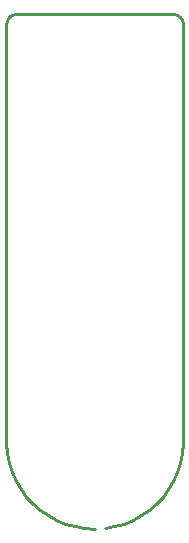
<source format=gko>
G04 ---------------------------- Layer name :KeepOutLayer*
G04 EasyEDA v5.3.2, Thu, 15 Mar 2018 12:19:24 GMT*
G04 Gerber Generator version 0.2*
G04 Scale: 100 percent, Rotated: No, Reflected: No *
G04 Dimensions in millimeters *
G04 leading zeros omitted , absolute positions ,3 integer and 3 decimal *
%FSLAX33Y33*%
%MOMM*%
G90*
G71D02*

%ADD10C,0.254000*%
G54D10*
G01X7500Y0D02*
G01X6644Y48D01*
G01X5816Y190D01*
G01X5021Y419D01*
G01X4264Y734D01*
G01X3553Y1125D01*
G01X2890Y1587D01*
G01X2280Y2118D01*
G01X1732Y2710D01*
G01X1249Y3357D01*
G01X838Y4056D01*
G01X502Y4800D01*
G01X248Y5582D01*
G01X78Y6403D01*
G01X5Y7251D01*
G01X0Y7754D01*
G01X0Y42677D01*
G01X63Y42981D01*
G01X210Y43238D01*
G01X347Y43375D01*
G01X508Y43479D01*
G01X787Y43561D01*
G01X14211Y43561D01*
G01X14490Y43479D01*
G01X14724Y43312D01*
G01X14897Y43073D01*
G01X14988Y42783D01*
G01X14991Y37663D01*
G01X14998Y7754D01*
G01X14996Y7251D01*
G01X14919Y6403D01*
G01X14752Y5582D01*
G01X14498Y4800D01*
G01X14160Y4056D01*
G01X13749Y3357D01*
G01X13266Y2710D01*
G01X12717Y2118D01*
G01X12110Y1587D01*
G01X11447Y1125D01*
G01X10736Y734D01*
G01X9979Y419D01*
G01X9184Y190D01*
G01X8356Y48D01*

%LPD*%
M00*
M02*

</source>
